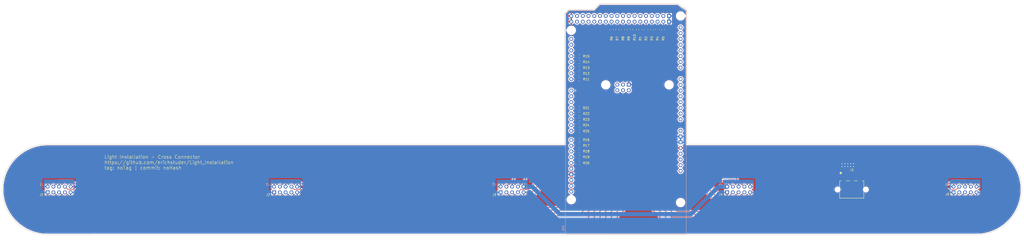
<source format=kicad_pcb>
(kicad_pcb (version 20211014) (generator pcbnew)
  (title_block (title "Cross Connector") (comment 1 "${PROJECT}") (comment 2 "${PROJECT-URL}") (comment 3 "${GIT-COMMIT-HASH}") (comment 4 "${GIT-COMMIT-TAG}"))
  (layers (0 "F.Cu" signal) (31 "B.Cu" signal) (34 "B.Paste" user) (35 "F.Paste" user) (36 "B.SilkS" user "B.Silkscreen") (37 "F.SilkS" user "F.Silkscreen") (38 "B.Mask" user) (39 "F.Mask" user) (44 "Edge.Cuts" user))
  (property "GIT-COMMIT-HASH" "noHash")
  (property "GIT-COMMIT-TAG" "noTag")
  (property "PROJECT" "Light Installation - Cross Connector")
  (property "PROJECT-URL" "https://github.com/erichstuder/Light_Installation")
  (net 0 "")
  (net 1 "GND")
  (net 2 "+5V")
  (net 3 "/J1_5")
  (net 4 "/J1_3")
  (net 5 "/J1_4")
  (net 6 "/J1_2")
  (net 7 "/J1_1")
  (net 8 "/J2_5")
  (net 9 "/J2_3")
  (net 10 "/J2_4")
  (net 11 "/J2_2")
  (net 12 "/J2_1")
  (net 13 "/J3_5")
  (net 14 "/J3_3")
  (net 15 "/J3_4")
  (net 16 "/J3_2")
  (net 17 "/J3_1")
  (net 18 "/J4_5")
  (net 19 "/J4_3")
  (net 20 "/J4_4")
  (net 21 "/J4_2")
  (net 22 "/J4_1")
  (net 23 "/J5_5")
  (net 24 "/J5_3")
  (net 25 "/J5_4")
  (net 26 "/J5_2")
  (net 27 "/J5_1")
  (net 65 "Net-(R1-Pad1)")
  (net 67 "Net-(R2-Pad1)")
  (net 69 "Net-(R3-Pad1)")
  (net 71 "Net-(R4-Pad1)")
  (net 73 "Net-(R5-Pad1)")
  (net 84 "Net-(R6-Pad1)")
  (net 85 "Net-(R7-Pad1)")
  (net 86 "Net-(R8-Pad1)")
  (net 87 "Net-(R9-Pad1)")
  (net 88 "Net-(R10-Pad1)")
  (net 89 "Net-(R11-Pad1)")
  (net 90 "Net-(R12-Pad1)")
  (net 91 "Net-(R13-Pad1)")
  (net 92 "Net-(R14-Pad1)")
  (net 93 "Net-(R15-Pad1)")
  (net 94 "Net-(R16-Pad1)")
  (net 95 "Net-(R17-Pad1)")
  (net 96 "Net-(R18-Pad1)")
  (net 97 "Net-(R19-Pad1)")
  (net 98 "Net-(R20-Pad1)")
  (net 99 "Net-(R21-Pad1)")
  (net 100 "Net-(R22-Pad1)")
  (net 101 "Net-(R23-Pad1)")
  (net 102 "Net-(R24-Pad1)")
  (net 103 "Net-(R25-Pad1)")
  (footprint "Resistor_SMD:R_0805_2012Metric" (layer "F.Cu") (at 354.457 239.141 -90)
    (fp_text reference "R1")
    (fp_text value "0" hide)
  )
  (footprint "Resistor_SMD:R_0805_2012Metric" (layer "F.Cu") (at 359.537 239.141 -90)
    (fp_text reference "R3")
    (fp_text value "0" hide)
  )
  (footprint "Resistor_SMD:R_0805_2012Metric" (layer "F.Cu") (at 327.533 278.892)
    (fp_text reference "R23")
    (fp_text value "0" hide)
  )
  (footprint "Resistor_SMD:R_0805_2012Metric" (layer "F.Cu") (at 327.533 287.909)
    (fp_text reference "R16")
    (fp_text value "0" hide)
  )
  (footprint "Resistor_SMD:R_0805_2012Metric" (layer "F.Cu") (at 327.533 276.352)
    (fp_text reference "R22")
    (fp_text value "0" hide)
  )
  (footprint "Wuerth:691508110303" (layer "F.Cu") (at 447.815 309.88)
    (fp_text reference "J6")
    (fp_text value "Conn_01x03")
  )
  (footprint "Resistor_SMD:R_0805_2012Metric" (layer "F.Cu") (at 349.377 239.141 -90)
    (fp_text reference "R9")
    (fp_text value "0" hide)
  )
  (footprint "Resistor_SMD:R_0805_2012Metric" (layer "F.Cu") (at 362.077 239.141 -90)
    (fp_text reference "R4")
    (fp_text value "0" hide)
  )
  (footprint "Resistor_SMD:R_0805_2012Metric" (layer "F.Cu") (at 327.533 283.972)
    (fp_text reference "R25")
    (fp_text value "0" hide)
  )
  (footprint "Resistor_SMD:R_0805_2012Metric" (layer "F.Cu") (at 327.533 261.112)
    (fp_text reference "R11")
    (fp_text value "0" hide)
  )
  (footprint "Resistor_SMD:R_0805_2012Metric" (layer "F.Cu") (at 327.533 256.032)
    (fp_text reference "R13")
    (fp_text value "0" hide)
  )
  (footprint "Resistor_SMD:R_0805_2012Metric" (layer "F.Cu") (at 327.533 258.572)
    (fp_text reference "R12")
    (fp_text value "0" hide)
  )
  (footprint "Resistor_SMD:R_0805_2012Metric" (layer "F.Cu") (at 327.533 295.529)
    (fp_text reference "R19")
    (fp_text value "0" hide)
  )
  (footprint "Resistor_SMD:R_0805_2012Metric" (layer "F.Cu") (at 327.5095 292.989)
    (fp_text reference "R18")
    (fp_text value "0" hide)
  )
  (footprint "Resistor_SMD:R_0805_2012Metric" (layer "F.Cu") (at 364.617 239.141 -90)
    (fp_text reference "R5")
    (fp_text value "0" hide)
  )
  (footprint "Resistor_SMD:R_0805_2012Metric" (layer "F.Cu") (at 351.917 239.141 -90)
    (fp_text reference "R10")
    (fp_text value "0" hide)
  )
  (footprint "Resistor_SMD:R_0805_2012Metric" (layer "F.Cu") (at 327.533 250.952)
    (fp_text reference "R15")
    (fp_text value "0" hide)
  )
  (footprint "Resistor_SMD:R_0805_2012Metric" (layer "F.Cu") (at 327.533 253.492)
    (fp_text reference "R14")
    (fp_text value "0" hide)
  )
  (footprint "Resistor_SMD:R_0805_2012Metric" (layer "F.Cu") (at 327.533 290.449)
    (fp_text reference "R17")
    (fp_text value "0" hide)
  )
  (footprint "arduino-library:Arduino_Mega2560_Shield" (layer "F.Cu") (at 374.786809 329.615541 90)
    (fp_text reference "XA1")
    (fp_text value "Arduino_Mega2560_Shield")
  )
  (footprint "Resistor_SMD:R_0805_2012Metric" (layer "F.Cu") (at 356.997 239.141 -90)
    (fp_text reference "R2")
    (fp_text value "0" hide)
  )
  (footprint "Resistor_SMD:R_0805_2012Metric" (layer "F.Cu") (at 346.837 239.141 -90)
    (fp_text reference "R8")
    (fp_text value "0" hide)
  )
  (footprint "Resistor_SMD:R_0805_2012Metric" (layer "F.Cu") (at 327.533 298.069)
    (fp_text reference "R20")
    (fp_text value "0" hide)
  )
  (footprint "Resistor_SMD:R_0805_2012Metric" (layer "F.Cu") (at 327.533 273.812)
    (fp_text reference "R21")
    (fp_text value "0" hide)
  )
  (footprint "Resistor_SMD:R_0805_2012Metric" (layer "F.Cu") (at 327.533 281.432)
    (fp_text reference "R24")
    (fp_text value "0" hide)
  )
  (footprint "Resistor_SMD:R_0805_2012Metric" (layer "F.Cu") (at 341.757 239.141 -90)
    (fp_text reference "R6")
    (fp_text value "0" hide)
  )
  (footprint "Resistor_SMD:R_0805_2012Metric" (layer "F.Cu") (at 344.297 239.141 -90)
    (fp_text reference "R7")
    (fp_text value "0" hide)
  )
  (footprint "Connector_PinSocket_2.54mm:PinSocket_2x05_P2.54mm_Vertical" (layer "B.Cu") (at 492.785 311.14 -90)
    (fp_text reference "J5")
    (fp_text value "Conn_02x05_Odd_Even")
  )
  (footprint "Connector_PinSocket_2.54mm:PinSocket_2x05_P2.54mm_Vertical" (layer "B.Cu") (at 292.785 311.14 -90)
    (fp_text reference "J3")
    (fp_text value "Conn_02x05_Odd_Even")
  )
  (footprint "Connector_PinSocket_2.54mm:PinSocket_2x05_P2.54mm_Vertical" (layer "B.Cu") (at 92.785 311.14 -90)
    (fp_text reference "J1")
    (fp_text value "Conn_02x05_Odd_Even")
  )
  (footprint "Connector_PinSocket_2.54mm:PinSocket_2x05_P2.54mm_Vertical" (layer "B.Cu") (at 392.785 311.14 -90)
    (fp_text reference "J4")
    (fp_text value "Conn_02x05_Odd_Even")
  )
  (footprint "Connector_PinSocket_2.54mm:PinSocket_2x05_P2.54mm_Vertical" (layer "B.Cu") (at 192.785 311.14 -90)
    (fp_text reference "J2")
    (fp_text value "Conn_02x05_Odd_Even")
  )
  (gr_line (start 77.494 322.7357) (end 78.428 323.7732) (layer "Edge.Cuts") (width 0.2))
  (gr_line (start 503.513 289.8922) (end 502.815 289.8922) (layer "Edge.Cuts") (width 0.2))
  (gr_line (start 520.474 300.49058) (end 519.776 299.2816) (layer "Edge.Cuts") (width 0.2))
  (gr_line (start 518.995 298.1243) (end 518.136 297.0243) (layer "Edge.Cuts") (width 0.2))
  (gr_line (start 75.854 299.2816) (end 75.156 300.49058) (layer "Edge.Cuts") (width 0.2))
  (gr_line (start 72.864 311.27513) (end 73.01 312.66345) (layer "Edge.Cuts") (width 0.2))
  (gr_line (start 74.021 316.72039) (end 74.544 318.01472) (layer "Edge.Cuts") (width 0.2))
  (gr_line (start 503.513 329.8678) (end 504.906 329.7704) (layer "Edge.Cuts") (width 0.2))
  (gr_line (start 73.01 312.66345) (end 73.252 314.03823) (layer "Edge.Cuts") (width 0.2))
  (gr_line (start 322.796 230.312) (end 321.145 231.963) (layer "Edge.Cuts") (width 0.2))
  (gr_line (start 80.502 325.6402) (end 81.631 326.4607) (layer "Edge.Cuts") (width 0.2))
  (gr_line (start 506.288 290.1838) (end 504.906 289.9896) (layer "Edge.Cuts") (width 0.2))
  (gr_line (start 86.635 290.8589) (end 85.323 291.3363) (layer "Edge.Cuts") (width 0.2))
  (gr_line (start 78.428 295.9868) (end 77.494 297.0243) (layer "Edge.Cuts") (width 0.2))
  (gr_line (start 73.59 315.39274) (end 74.021 316.72039) (layer "Edge.Cuts") (width 0.2))
  (gr_line (start 75.156 300.49058) (end 74.544 301.74528) (layer "Edge.Cuts") (width 0.2))
  (gr_line (start 504.906 289.9896) (end 503.513 289.8922) (layer "Edge.Cuts") (width 0.2))
  (gr_line (start 518.136 297.0243) (end 517.202 295.9868) (layer "Edge.Cuts") (width 0.2))
  (gr_line (start 75.156 319.26942) (end 75.854 320.4784) (layer "Edge.Cuts") (width 0.2))
  (gr_line (start 507.653 290.4741) (end 506.288 290.1838) (layer "Edge.Cuts") (width 0.2))
  (gr_line (start 371.056 227.772) (end 336.512 227.772) (layer "Edge.Cuts") (width 0.2))
  (gr_line (start 74.544 301.74528) (end 74.021 303.03961) (layer "Edge.Cuts") (width 0.2))
  (gr_line (start 511.582 327.8559) (end 512.815 327.2005) (layer "Edge.Cuts") (width 0.2))
  (gr_line (start 374.993 230.312) (end 371.056 227.772) (layer "Edge.Cuts") (width 0.2))
  (gr_line (start 502.815 329.88) (end 502.815 329.8678) (layer "Edge.Cuts") (width 0.2))
  (gr_line (start 76.635 321.6357) (end 77.494 322.7357) (layer "Edge.Cuts") (width 0.2))
  (gr_line (start 518.995 321.6357) (end 519.776 320.4784) (layer "Edge.Cuts") (width 0.2))
  (gr_line (start 518.136 322.7357) (end 518.995 321.6357) (layer "Edge.Cuts") (width 0.2))
  (gr_line (start 521.086 318.01472) (end 521.609 316.72039) (layer "Edge.Cuts") (width 0.2))
  (gr_line (start 517.202 295.9868) (end 516.198 295.0171) (layer "Edge.Cuts") (width 0.2))
  (gr_line (start 86.635 328.9011) (end 87.977 329.2859) (layer "Edge.Cuts") (width 0.2))
  (gr_line (start 506.288 329.5762) (end 507.653 329.2859) (layer "Edge.Cuts") (width 0.2))
  (gr_line (start 511.582 291.9041) (end 510.307 291.3363) (layer "Edge.Cuts") (width 0.2))
  (gr_line (start 74.544 318.01472) (end 75.156 319.26942) (layer "Edge.Cuts") (width 0.2))
  (gr_line (start 89.342 329.5762) (end 90.724 329.7704) (layer "Edge.Cuts") (width 0.2))
  (gr_line (start 75.854 320.4784) (end 76.635 321.6357) (layer "Edge.Cuts") (width 0.2))
  (gr_line (start 74.021 303.03961) (end 73.59 304.36726) (layer "Edge.Cuts") (width 0.2))
  (gr_line (start 76.635 298.1243) (end 75.854 299.2816) (layer "Edge.Cuts") (width 0.2))
  (gr_line (start 92.815 329.88) (end 502.815 329.88) (layer "Edge.Cuts") (width 0.2))
  (gr_line (start 77.494 297.0243) (end 76.635 298.1243) (layer "Edge.Cuts") (width 0.2))
  (gr_line (start 519.776 299.2816) (end 518.995 298.1243) (layer "Edge.Cuts") (width 0.2))
  (gr_line (start 507.653 329.2859) (end 508.995 328.9011) (layer "Edge.Cuts") (width 0.2))
  (gr_line (start 84.048 291.9041) (end 82.815 292.5595) (layer "Edge.Cuts") (width 0.2))
  (gr_line (start 84.048 327.8559) (end 85.323 328.4237) (layer "Edge.Cuts") (width 0.2))
  (gr_line (start 81.631 326.4607) (end 82.815 327.2005) (layer "Edge.Cuts") (width 0.2))
  (gr_line (start 92.815 289.8922) (end 92.117 289.8922) (layer "Edge.Cuts") (width 0.2))
  (gr_line (start 521.086 301.74528) (end 520.474 300.49058) (layer "Edge.Cuts") (width 0.2))
  (gr_line (start 73.252 305.72177) (end 73.01 307.09655) (layer "Edge.Cuts") (width 0.2))
  (gr_line (start 502.815 289.88) (end 374.993 289.88) (layer "Edge.Cuts") (width 0.2))
  (gr_line (start 504.906 329.7704) (end 506.288 329.5762) (layer "Edge.Cuts") (width 0.2))
  (gr_line (start 508.995 290.8589) (end 507.653 290.4741) (layer "Edge.Cuts") (width 0.2))
  (gr_line (start 92.117 289.8922) (end 90.724 289.9896) (layer "Edge.Cuts") (width 0.2))
  (gr_line (start 515.128 325.6402) (end 516.198 324.7429) (layer "Edge.Cuts") (width 0.2))
  (gr_line (start 522.62 307.09655) (end 522.378 305.72177) (layer "Edge.Cuts") (width 0.2))
  (gr_line (start 72.815 309.88) (end 72.864 311.27513) (layer "Edge.Cuts") (width 0.2))
  (gr_line (start 321.145 231.963) (end 321.145 289.88) (layer "Edge.Cuts") (width 0.2))
  (gr_line (start 502.815 289.8922) (end 502.815 289.88) (layer "Edge.Cuts") (width 0.2))
  (gr_line (start 92.815 329.8678) (end 92.815 329.88) (layer "Edge.Cuts") (width 0.2))
  (gr_line (start 522.62 312.66345) (end 522.766 311.27513) (layer "Edge.Cuts") (width 0.2))
  (gr_line (start 85.323 328.4237) (end 86.635 328.9011) (layer "Edge.Cuts") (width 0.2))
  (gr_line (start 79.432 324.7429) (end 80.502 325.6402) (layer "Edge.Cuts") (width 0.2))
  (gr_line (start 82.815 327.2005) (end 84.048 327.8559) (layer "Edge.Cuts") (width 0.2))
  (gr_line (start 87.977 329.2859) (end 89.342 329.5762) (layer "Edge.Cuts") (width 0.2))
  (gr_line (start 512.815 292.5595) (end 511.582 291.9041) (layer "Edge.Cuts") (width 0.2))
  (gr_line (start 82.815 292.5595) (end 81.631 293.2993) (layer "Edge.Cuts") (width 0.2))
  (gr_line (start 522.04 315.39274) (end 522.378 314.03823) (layer "Edge.Cuts") (width 0.2))
  (gr_line (start 522.815 309.88) (end 522.766 308.48487) (layer "Edge.Cuts") (width 0.2))
  (gr_line (start 520.474 319.26942) (end 521.086 318.01472) (layer "Edge.Cuts") (width 0.2))
  (gr_line (start 522.766 311.27513) (end 522.815 309.88) (layer "Edge.Cuts") (width 0.2))
  (gr_line (start 90.724 289.9896) (end 89.342 290.1838) (layer "Edge.Cuts") (width 0.2))
  (gr_line (start 374.993 289.88) (end 374.993 230.312) (layer "Edge.Cuts") (width 0.2))
  (gr_line (start 321.145 289.88) (end 92.815 289.88) (layer "Edge.Cuts") (width 0.2))
  (gr_line (start 92.815 289.88) (end 92.815 289.8922) (layer "Edge.Cuts") (width 0.2))
  (gr_line (start 81.631 293.2993) (end 80.502 294.1198) (layer "Edge.Cuts") (width 0.2))
  (gr_line (start 78.428 323.7732) (end 79.432 324.7429) (layer "Edge.Cuts") (width 0.2))
  (gr_line (start 517.202 323.7732) (end 518.136 322.7357) (layer "Edge.Cuts") (width 0.2))
  (gr_line (start 512.815 327.2005) (end 513.999 326.4607) (layer "Edge.Cuts") (width 0.2))
  (gr_line (start 502.815 329.8678) (end 503.513 329.8678) (layer "Edge.Cuts") (width 0.2))
  (gr_line (start 522.378 314.03823) (end 522.62 312.66345) (layer "Edge.Cuts") (width 0.2))
  (gr_line (start 73.01 307.09655) (end 72.864 308.48487) (layer "Edge.Cuts") (width 0.2))
  (gr_line (start 336.512 227.772) (end 333.972 230.312) (layer "Edge.Cuts") (width 0.2))
  (gr_line (start 510.307 291.3363) (end 508.995 290.8589) (layer "Edge.Cuts") (width 0.2))
  (gr_line (start 508.995 328.9011) (end 510.307 328.4237) (layer "Edge.Cuts") (width 0.2))
  (gr_line (start 73.252 314.03823) (end 73.59 315.39274) (layer "Edge.Cuts") (width 0.2))
  (gr_line (start 80.502 294.1198) (end 79.432 295.0171) (layer "Edge.Cuts") (width 0.2))
  (gr_line (start 73.59 304.36726) (end 73.252 305.72177) (layer "Edge.Cuts") (width 0.2))
  (gr_line (start 90.724 329.7704) (end 92.117 329.8678) (layer "Edge.Cuts") (width 0.2))
  (gr_line (start 92.117 329.8678) (end 92.815 329.8678) (layer "Edge.Cuts") (width 0.2))
  (gr_line (start 510.307 328.4237) (end 511.582 327.8559) (layer "Edge.Cuts") (width 0.2))
  (gr_line (start 89.342 290.1838) (end 87.977 290.4741) (layer "Edge.Cuts") (width 0.2))
  (gr_line (start 515.128 294.1198) (end 513.999 293.2993) (layer "Edge.Cuts") (width 0.2))
  (gr_line (start 516.198 295.0171) (end 515.128 294.1198) (layer "Edge.Cuts") (width 0.2))
  (gr_line (start 521.609 316.72039) (end 522.04 315.39274) (layer "Edge.Cuts") (width 0.2))
  (gr_line (start 79.432 295.0171) (end 78.428 295.9868) (layer "Edge.Cuts") (width 0.2))
  (gr_line (start 522.378 305.72177) (end 522.04 304.36726) (layer "Edge.Cuts") (width 0.2))
  (gr_line (start 521.609 303.03961) (end 521.086 301.74528) (layer "Edge.Cuts") (width 0.2))
  (gr_line (start 519.776 320.4784) (end 520.474 319.26942) (layer "Edge.Cuts") (width 0.2))
  (gr_line (start 333.972 230.312) (end 322.796 230.312) (layer "Edge.Cuts") (width 0.2))
  (gr_line (start 513.999 326.4607) (end 515.128 325.6402) (layer "Edge.Cuts") (width 0.2))
  (gr_line (start 513.999 293.2993) (end 512.815 292.5595) (layer "Edge.Cuts") (width 0.2))
  (gr_line (start 516.198 324.7429) (end 517.202 323.7732) (layer "Edge.Cuts") (width 0.2))
  (gr_line (start 522.766 308.48487) (end 522.62 307.09655) (layer "Edge.Cuts") (width 0.2))
  (gr_line (start 87.977 290.4741) (end 86.635 290.8589) (layer "Edge.Cuts") (width 0.2))
  (gr_line (start 72.864 308.48487) (end 72.815 309.88) (layer "Edge.Cuts") (width 0.2))
  (gr_line (start 85.323 291.3363) (end 84.048 291.9041) (layer "Edge.Cuts") (width 0.2))
  (gr_line (start 522.04 304.36726) (end 521.609 303.03961) (layer "Edge.Cuts") (width 0.2))
  (gr_text "${PROJECT}\n${PROJECT-URL}\ntag: ${GIT-COMMIT-TAG} | commit: ${GIT-COMMIT-HASH}" (at 117.815 297.88) (layer "F.SilkS") (effects (font (size 1.5 1.5)) (justify left)))
  (via (at 448.615 299.72) (size 0.8) (drill 0.4) (layers "F.Cu" "B.Cu") (net 1))
  (via (at 446.075 298.45) (size 0.8) (drill 0.4) (layers "F.Cu" "B.Cu") (net 1))
  (via (at 444.805 299.72) (size 0.8) (drill 0.4) (layers "F.Cu" "B.Cu") (net 1))
  (via (at 443.535 299.72) (size 0.8) (drill 0.4) (layers "F.Cu" "B.Cu") (net 1))
  (via (at 444.805 298.45) (size 0.8) (drill 0.4) (layers "F.Cu" "B.Cu") (net 1))
  (via (at 446.075 299.72) (size 0.8) (drill 0.4) (layers "F.Cu" "B.Cu") (net 1))
  (via (at 447.345 298.45) (size 0.8) (drill 0.4) (layers "F.Cu" "B.Cu") (net 1))
  (via (at 443.535 298.45) (size 0.8) (drill 0.4) (layers "F.Cu" "B.Cu") (net 1))
  (via (at 447.345 299.72) (size 0.8) (drill 0.4) (layers "F.Cu" "B.Cu") (net 1))
  (via (at 448.615 298.45) (size 0.8) (drill 0.4) (layers "F.Cu" "B.Cu") (net 1))
  (segment (start 376.799 320.802) (end 373.507 320.802) (width 2) (layer "B.Cu") (net 2))
  (segment (start 306.705 308.6) (end 302.945 308.6) (width 2) (layer "B.Cu") (net 2))
  (segment (start 306.705 308.6) (end 318.907 320.802) (width 2) (layer "B.Cu") (net 2))
  (segment (start 373.507 320.802) (end 321.691 320.802) (width 2) (layer "B.Cu") (net 2))
  (segment (start 389.001 308.6) (end 376.799 320.802) (width 2) (layer "B.Cu") (net 2))
  (segment (start 318.907 320.802) (end 321.691 320.802) (width 2) (layer "B.Cu") (net 2))
  (segment (start 392.785 308.6) (end 389.001 308.6) (width 2) (layer "B.Cu") (net 2))
  (segment (start 347.599 279.146) (end 347.599 318.77) (width 0.25) (layer "F.Cu") (net 3))
  (segment (start 335.407 256.794) (end 335.407 266.954) (width 0.25) (layer "F.Cu") (net 3))
  (segment (start 337.185 329.184) (end 120.269 329.184) (width 0.25) (layer "F.Cu") (net 3))
  (segment (start 347.599 318.77) (end 337.185 329.184) (width 0.25) (layer "F.Cu") (net 3))
  (segment (start 328.4455 250.952) (end 329.565 250.952) (width 0.25) (layer "F.Cu") (net 3))
  (segment (start 335.407 266.954) (end 347.599 279.146) (width 0.25) (layer "F.Cu") (net 3))
  (segment (start 329.565 250.952) (end 335.407 256.794) (width 0.25) (layer "F.Cu") (net 3))
  (segment (start 95.265 311.1) (end 113.349 329.184) (width 0.25) (layer "F.Cu") (net 3))
  (segment (start 113.349 329.184) (end 120.269 329.184) (width 0.25) (layer "F.Cu") (net 3))
  (segment (start 329.565 261.112) (end 330.327 261.874) (width 0.25) (layer "F.Cu") (net 4))
  (segment (start 342.519 313.69) (end 332.105 324.104) (width 0.25) (layer "F.Cu") (net 4))
  (segment (start 121.793 324.104) (end 103.759 306.07) (width 0.25) (layer "F.Cu") (net 4))
  (segment (start 330.327 261.874) (end 330.327 272.034) (width 0.25) (layer "F.Cu") (net 4))
  (segment (start 330.327 272.034) (end 342.519 284.226) (width 0.25) (layer "F.Cu") (net 4))
  (segment (start 97.755 306.07) (end 95.265 308.56) (width 0.25) (layer "F.Cu") (net 4))
  (segment (start 342.519 284.226) (end 342.519 313.69) (width 0.25) (layer "F.Cu") (net 4))
  (segment (start 103.759 306.07) (end 97.755 306.07) (width 0.25) (layer "F.Cu") (net 4))
  (segment (start 332.105 324.104) (end 121.793 324.104) (width 0.25) (layer "F.Cu") (net 4))
  (segment (start 328.4455 261.112) (end 329.565 261.112) (width 0.25) (layer "F.Cu") (net 4))
  (segment (start 346.329 280.416) (end 334.137 268.224) (width 0.25) (layer "F.Cu") (net 5))
  (segment (start 329.51325 253.492) (end 328.4455 253.492) (width 0.25) (layer "F.Cu") (net 5))
  (segment (start 335.915 327.914) (end 346.329 317.5) (width 0.25) (layer "F.Cu") (net 5))
  (segment (start 97.865 311.14) (end 114.639 327.914) (width 0.25) (layer "F.Cu") (net 5))
  (segment (start 334.137 258.11575) (end 329.51325 253.492) (width 0.25) (layer "F.Cu") (net 5))
  (segment (start 346.329 317.5) (end 346.329 280.416) (width 0.25) (layer "F.Cu") (net 5))
  (segment (start 114.639 327.914) (end 335.915 327.914) (width 0.25) (layer "F.Cu") (net 5))
  (segment (start 334.137 268.224) (end 334.137 258.11575) (width 0.25) (layer "F.Cu") (net 5))
  (segment (start 329.565 256.032) (end 328.4455 256.032) (width 0.25) (layer "F.Cu") (net 6))
  (segment (start 332.867 259.334) (end 329.565 256.032) (width 0.25) (layer "F.Cu") (net 6))
  (segment (start 334.645 326.644) (end 345.059 316.23) (width 0.25) (layer "F.Cu") (net 6))
  (segment (start 345.059 316.23) (end 345.059 281.686) (width 0.25) (layer "F.Cu") (net 6))
  (segment (start 332.867 269.494) (end 332.867 259.334) (width 0.25) (layer "F.Cu") (net 6))
  (segment (start 115.909 326.644) (end 334.645 326.644) (width 0.25) (layer "F.Cu") (net 6))
  (segment (start 100.405 311.14) (end 115.909 326.644) (width 0.25) (layer "F.Cu") (net 6))
  (segment (start 345.059 281.686) (end 332.867 269.494) (width 0.25) (layer "F.Cu") (net 6))
  (segment (start 331.597 270.764) (end 343.789 282.956) (width 0.25) (layer "F.Cu") (net 7))
  (segment (start 120.523 325.374) (end 105.029 309.88) (width 0.25) (layer "F.Cu") (net 7))
  (segment (start 331.597 260.604) (end 331.597 270.764) (width 0.25) (layer "F.Cu") (net 7))
  (segment (start 328.4455 258.572) (end 329.565 258.572) (width 0.25) (layer "F.Cu") (net 7))
  (segment (start 333.375 325.374) (end 120.523 325.374) (width 0.25) (layer "F.Cu") (net 7))
  (segment (start 343.789 282.956) (end 343.789 314.96) (width 0.25) (layer "F.Cu") (net 7))
  (segment (start 343.789 314.96) (end 333.375 325.374) (width 0.25) (layer "F.Cu") (net 7))
  (segment (start 101.685 309.88) (end 100.405 308.6) (width 0.25) (layer "F.Cu") (net 7))
  (segment (start 329.565 258.572) (end 331.597 260.604) (width 0.25) (layer "F.Cu") (net 7))
  (segment (start 105.029 309.88) (end 101.685 309.88) (width 0.25) (layer "F.Cu") (net 7))
  (segment (start 330.835 322.834) (end 341.249 312.42) (width 0.25) (layer "F.Cu") (net 8))
  (segment (start 329.565 273.812) (end 328.4455 273.812) (width 0.25) (layer "F.Cu") (net 8))
  (segment (start 206.999 322.834) (end 330.835 322.834) (width 0.25) (layer "F.Cu") (net 8))
  (segment (start 341.249 285.496) (end 329.565 273.812) (width 0.25) (layer "F.Cu") (net 8))
  (segment (start 341.249 312.42) (end 341.249 285.496) (width 0.25) (layer "F.Cu") (net 8))
  (segment (start 195.265 311.1) (end 206.999 322.834) (width 0.25) (layer "F.Cu") (net 8))
  (segment (start 328.4455 283.972) (end 329.565 283.972) (width 0.25) (layer "F.Cu") (net 9))
  (segment (start 336.169 307.34) (end 325.755 317.754) (width 0.25) (layer "F.Cu") (net 9))
  (segment (start 329.565 283.972) (end 336.169 290.576) (width 0.25) (layer "F.Cu") (net 9))
  (segment (start 336.169 290.576) (end 336.169 307.34) (width 0.25) (layer "F.Cu") (net 9))
  (segment (start 203.835 306.07) (end 197.755 306.07) (width 0.25) (layer "F.Cu") (net 9))
  (segment (start 215.519 317.754) (end 203.835 306.07) (width 0.25) (layer "F.Cu") (net 9))
  (segment (start 325.755 317.754) (end 215.519 317.754) (width 0.25) (layer "F.Cu") (net 9))
  (segment (start 197.755 306.07) (end 195.265 308.56) (width 0.25) (layer "F.Cu") (net 9))
  (segment (start 197.865 311.14) (end 208.289 321.564) (width 0.25) (layer "F.Cu") (net 10))
  (segment (start 339.979 286.766) (end 329.565 276.352) (width 0.25) (layer "F.Cu") (net 10))
  (segment (start 329.565 321.564) (end 339.979 311.15) (width 0.25) (layer "F.Cu") (net 10))
  (segment (start 329.565 276.352) (end 328.4455 276.352) (width 0.25) (layer "F.Cu") (net 10))
  (segment (start 208.289 321.564) (end 329.565 321.564) (width 0.25) (layer "F.Cu") (net 10))
  (segment (start 339.979 311.15) (end 339.979 286.766) (width 0.25) (layer "F.Cu") (net 10))
  (segment (start 200.405 311.14) (end 209.559 320.294) (width 0.25) (layer "F.Cu") (net 11))
  (segment (start 329.565 278.892) (end 328.4455 278.892) (width 0.25) (layer "F.Cu") (net 11))
  (segment (start 338.709 288.036) (end 329.565 278.892) (width 0.25) (layer "F.Cu") (net 11))
  (segment (start 328.295 320.294) (end 338.709 309.88) (width 0.25) (layer "F.Cu") (net 11))
  (segment (start 209.559 320.294) (end 328.295 320.294) (width 0.25) (layer "F.Cu") (net 11))
  (segment (start 338.709 309.88) (end 338.709 288.036) (width 0.25) (layer "F.Cu") (net 11))
  (segment (start 327.025 319.024) (end 337.439 308.61) (width 0.25) (layer "F.Cu") (net 12))
  (segment (start 201.685 309.88) (end 205.105 309.88) (width 0.25) (layer "F.Cu") (net 12))
  (segment (start 200.405 308.6) (end 201.685 309.88) (width 0.25) (layer "F.Cu") (net 12))
  (segment (start 337.439 308.61) (end 337.439 289.306) (width 0.25) (layer "F.Cu") (net 12))
  (segment (start 205.105 309.88) (end 214.249 319.024) (width 0.25) (layer "F.Cu") (net 12))
  (segment (start 329.565 281.432) (end 328.4455 281.432) (width 0.25) (layer "F.Cu") (net 12))
  (segment (start 214.249 319.024) (end 327.025 319.024) (width 0.25) (layer "F.Cu") (net 12))
  (segment (start 337.439 289.306) (end 329.565 281.432) (width 0.25) (layer "F.Cu") (net 12))
  (segment (start 329.565 287.909) (end 328.4455 287.909) (width 0.25) (layer "F.Cu") (net 13))
  (segment (start 334.899 304.038) (end 334.899 293.243) (width 0.25) (layer "F.Cu") (net 13))
  (segment (start 295.265 311.1) (end 299.125 314.96) (width 0.25) (layer "F.Cu") (net 13))
  (segment (start 334.899 293.243) (end 329.565 287.909) (width 0.25) (layer "F.Cu") (net 13))
  (segment (start 329.311 309.626) (end 334.899 304.038) (width 0.25) (layer "F.Cu") (net 13))
  (segment (start 305.181 314.96) (end 310.515 309.626) (width 0.25) (layer "F.Cu") (net 13))
  (segment (start 299.125 314.96) (end 305.181 314.96) (width 0.25) (layer "F.Cu") (net 13))
  (segment (start 310.515 309.626) (end 329.311 309.626) (width 0.25) (layer "F.Cu") (net 13))
  (segment (start 329.819 298.45) (end 329.438 298.069) (width 0.25) (layer "F.Cu") (net 14))
  (segment (start 329.311 299.466) (end 329.819 298.958) (width 0.25) (layer "F.Cu") (net 14))
  (segment (start 329.438 298.069) (end 328.4455 298.069) (width 0.25) (layer "F.Cu") (net 14))
  (segment (start 304.359 299.466) (end 329.311 299.466) (width 0.25) (layer "F.Cu") (net 14))
  (segment (start 295.265 308.56) (end 304.359 299.466) (width 0.25) (layer "F.Cu") (net 14))
  (segment (start 329.819 298.958) (end 329.819 298.45) (width 0.25) (layer "F.Cu") (net 14))
  (segment (start 310.515 307.086) (end 329.311 307.086) (width 0.25) (layer "F.Cu") (net 15))
  (segment (start 329.311 307.086) (end 333.629 302.768) (width 0.25) (layer "F.Cu") (net 15))
  (segment (start 297.865 311.14) (end 300.415 313.69) (width 0.25) (layer "F.Cu") (net 15))
  (segment (start 329.565 290.449) (end 328.4455 290.449) (width 0.25) (layer "F.Cu") (net 15))
  (segment (start 303.911 313.69) (end 310.515 307.086) (width 0.25) (layer "F.Cu") (net 15))
  (segment (start 333.629 294.513) (end 329.565 290.449) (width 0.25) (layer "F.Cu") (net 15))
  (segment (start 333.629 302.768) (end 333.629 294.513) (width 0.25) (layer "F.Cu") (net 15))
  (segment (start 300.415 313.69) (end 303.911 313.69) (width 0.25) (layer "F.Cu") (net 15))
  (segment (start 329.565 292.989) (end 328.422 292.989) (width 0.25) (layer "F.Cu") (net 16))
  (segment (start 300.405 311.14) (end 301.665 309.88) (width 0.25) (layer "F.Cu") (net 16))
  (segment (start 305.181 309.88) (end 310.515 304.546) (width 0.25) (layer "F.Cu") (net 16))
  (segment (start 329.311 304.546) (end 332.359 301.498) (width 0.25) (layer "F.Cu") (net 16))
  (segment (start 332.359 295.783) (end 329.565 292.989) (width 0.25) (layer "F.Cu") (net 16))
  (segment (start 301.665 309.88) (end 305.181 309.88) (width 0.25) (layer "F.Cu") (net 16))
  (segment (start 332.359 301.498) (end 332.359 295.783) (width 0.25) (layer "F.Cu") (net 16))
  (segment (start 310.515 304.546) (end 329.311 304.546) (width 0.25) (layer "F.Cu") (net 16))
  (segment (start 331.089 297.053) (end 329.565 295.529) (width 0.25) (layer "F.Cu") (net 17))
  (segment (start 300.405 308.6) (end 306.999 302.006) (width 0.25) (layer "F.Cu") (net 17))
  (segment (start 331.089 300.228) (end 331.089 297.053) (width 0.25) (layer "F.Cu") (net 17))
  (segment (start 308.229 302.006) (end 329.311 302.006) (width 0.25) (layer "F.Cu") (net 17))
  (segment (start 329.311 302.006) (end 331.089 300.228) (width 0.25) (layer "F.Cu") (net 17))
  (segment (start 329.565 295.529) (end 328.4455 295.529) (width 0.25) (layer "F.Cu") (net 17))
  (segment (start 306.999 302.006) (end 308.229 302.006) (width 0.25) (layer "F.Cu") (net 17))
  (segment (start 360.807 298.704) (end 369.443 307.34) (width 0.25) (layer "F.Cu") (net 18))
  (segment (start 360.807 245.618) (end 360.807 298.704) (width 0.25) (layer "F.Cu") (net 18))
  (segment (start 392.775 313.69) (end 395.325 311.14) (width 0.25) (layer "F.Cu") (net 18))
  (segment (start 384.937 307.34) (end 391.287 313.69) (width 0.25) (layer "F.Cu") (net 18))
  (segment (start 369.443 307.34) (end 384.937 307.34) (width 0.25) (layer "F.Cu") (net 18))
  (segment (start 359.537 244.348) (end 360.807 245.618) (width 0.25) (layer "F.Cu") (net 18))
  (segment (start 391.287 313.69) (end 392.775 313.69) (width 0.25) (layer "F.Cu") (net 18))
  (segment (start 359.537 240.0535) (end 359.537 244.348) (width 0.25) (layer "F.Cu") (net 18))
  (segment (start 395.325 308.6) (end 392.795 306.07) (width 0.25) (layer "F.Cu") (net 19))
  (segment (start 370.713 306.07) (end 362.077 297.434) (width 0.25) (layer "F.Cu") (net 19))
  (segment (start 392.795 306.07) (end 370.713 306.07) (width 0.25) (layer "F.Cu") (net 19))
  (segment (start 362.077 297.434) (end 362.077 240.0535) (width 0.25) (layer "F.Cu") (net 19))
  (segment (start 368.173 308.61) (end 383.667 308.61) (width 0.25) (layer "F.Cu") (net 20))
  (segment (start 390.017 314.96) (end 394.045 314.96) (width 0.25) (layer "F.Cu") (net 20))
  (segment (start 359.537 299.974) (end 368.173 308.61) (width 0.25) (layer "F.Cu") (net 20))
  (segment (start 359.537 246.888) (end 359.537 299.974) (width 0.25) (layer "F.Cu") (net 20))
  (segment (start 356.997 240.0535) (end 356.997 244.348) (width 0.25) (layer "F.Cu") (net 20))
  (segment (start 394.045 314.96) (end 397.865 311.14) (width 0.25) (layer "F.Cu") (net 20))
  (segment (start 383.667 308.61) (end 390.017 314.96) (width 0.25) (layer "F.Cu") (net 20))
  (segment (start 356.997 244.348) (end 359.537 246.888) (width 0.25) (layer "F.Cu") (net 20))
  (segment (start 400.405 311.14) (end 395.315 316.23) (width 0.25) (layer "F.Cu") (net 21))
  (segment (start 366.87125 309.88) (end 358.267 301.27575) (width 0.25) (layer "F.Cu") (net 21))
  (segment (start 358.267 301.27575) (end 358.267 248.158) (width 0.25) (layer "F.Cu") (net 21))
  (segment (start 354.457 244.348) (end 354.457 240.0535) (width 0.25) (layer "F.Cu") (net 21))
  (segment (start 358.267 248.158) (end 354.457 244.348) (width 0.25) (layer "F.Cu") (net 21))
  (segment (start 382.397 309.88) (end 366.87125 309.88) (width 0.25) (layer "F.Cu") (net 21))
  (segment (start 388.747 316.23) (end 382.397 309.88) (width 0.25) (layer "F.Cu") (net 21))
  (segment (start 395.315 316.23) (end 388.747 316.23) (width 0.25) (layer "F.Cu") (net 21))
  (segment (start 400.405 308.6) (end 396.605 304.8) (width 0.25) (layer "F.Cu") (net 22))
  (segment (start 363.347 241.3235) (end 364.617 240.0535) (width 0.25) (layer "F.Cu") (net 22))
  (segment (start 363.347 296.418) (end 363.347 241.3235) (width 0.25) (layer "F.Cu") (net 22))
  (segment (start 371.729 304.8) (end 363.347 296.418) (width 0.25) (layer "F.Cu") (net 22))
  (segment (start 396.605 304.8) (end 371.729 304.8) (width 0.25) (layer "F.Cu") (net 22))
  (segment (start 346.837 244.348) (end 354.457 251.968) (width 0.25) (layer "F.Cu") (net 23))
  (segment (start 346.837 240.0535) (end 346.837 244.348) (width 0.25) (layer "F.Cu") (net 23))
  (segment (start 484.393 322.072) (end 495.325 311.14) (width 0.25) (layer "F.Cu") (net 23))
  (segment (start 368.173 322.072) (end 484.393 322.072) (width 0.25) (layer "F.Cu") (net 23))
  (segment (start 354.457 308.356) (end 368.173 322.072) (width 0.25) (layer "F.Cu") (net 23))
  (segment (start 354.457 251.968) (end 354.457 308.356) (width 0.25) (layer "F.Cu") (net 23))
  (segment (start 349.377 240.0535) (end 349.377 244.348) (width 0.25) (layer "F.Cu") (net 24))
  (segment (start 355.727 307.086) (end 369.443 320.802) (width 0.25) (layer "F.Cu") (net 24))
  (segment (start 369.443 320.802) (end 479.679 320.802) (width 0.25) (layer "F.Cu") (net 24))
  (segment (start 494.045 309.88) (end 495.325 308.6) (width 0.25) (layer "F.Cu") (net 24))
  (segment (start 490.601 309.88) (end 494.045 309.88) (width 0.25) (layer "F.Cu") (net 24))
  (segment (start 355.727 250.698) (end 355.727 307.086) (width 0.25) (layer "F.Cu") (net 24))
  (segment (start 479.679 320.802) (end 490.601 309.88) (width 0.25) (layer "F.Cu") (net 24))
  (segment (start 349.377 244.348) (end 355.727 250.698) (width 0.25) (layer "F.Cu") (net 24))
  (segment (start 344.297 240.0535) (end 344.297 244.348) (width 0.25) (layer "F.Cu") (net 25))
  (segment (start 344.297 244.348) (end 353.187 253.238) (width 0.25) (layer "F.Cu") (net 25))
  (segment (start 366.903 323.342) (end 485.663 323.342) (width 0.25) (layer "F.Cu") (net 25))
  (segment (start 353.187 253.238) (end 353.187 309.626) (width 0.25) (layer "F.Cu") (net 25))
  (segment (start 353.187 309.626) (end 366.903 323.342) (width 0.25) (layer "F.Cu") (net 25))
  (segment (start 485.663 323.342) (end 497.865 311.14) (width 0.25) (layer "F.Cu") (net 25))
  (segment (start 351.917 310.896) (end 365.633 324.612) (width 0.25) (layer "F.Cu") (net 26))
  (segment (start 486.833 324.612) (end 500.345 311.1) (width 0.25) (layer "F.Cu") (net 26))
  (segment (start 341.757 244.348) (end 351.917 254.508) (width 0.25) (layer "F.Cu") (net 26))
  (segment (start 351.917 254.508) (end 351.917 310.896) (width 0.25) (layer "F.Cu") (net 26))
  (segment (start 341.757 240.0535) (end 341.757 244.348) (width 0.25) (layer "F.Cu") (net 26))
  (segment (start 365.633 324.612) (end 486.833 324.612) (width 0.25) (layer "F.Cu") (net 26))
  (segment (start 497.855 306.07) (end 500.345 308.56) (width 0.25) (layer "F.Cu") (net 27))
  (segment (start 356.997 249.428) (end 356.997 305.816) (width 0.25) (layer "F.Cu") (net 27))
  (segment (start 351.917 240.0535) (end 351.917 244.348) (width 0.25) (layer "F.Cu") (net 27))
  (segment (start 351.917 244.348) (end 356.997 249.428) (width 0.25) (layer "F.Cu") (net 27))
  (segment (start 356.997 305.816) (end 370.713 319.532) (width 0.25) (layer "F.Cu") (net 27))
  (segment (start 370.713 319.532) (end 478.409 319.532) (width 0.25) (layer "F.Cu") (net 27))
  (segment (start 478.409 319.532) (end 491.871 306.07) (width 0.25) (layer "F.Cu") (net 27))
  (segment (start 491.871 306.07) (end 497.855 306.07) (width 0.25) (layer "F.Cu") (net 27))
  (segment (start 354.466809 238.218691) (end 354.457 238.2285) (width 0.25) (layer "F.Cu") (net 65))
  (segment (start 354.466809 235.635541) (end 354.466809 238.218691) (width 0.25) (layer "F.Cu") (net 65))
  (segment (start 357.006809 238.218691) (end 356.997 238.2285) (width 0.25) (layer "F.Cu") (net 67))
  (segment (start 357.006809 235.635541) (end 357.006809 238.218691) (width 0.25) (layer "F.Cu") (net 67))
  (segment (start 359.546809 238.218691) (end 359.537 238.2285) (width 0.25) (layer "F.Cu") (net 69))
  (segment (start 359.546809 235.635541) (end 359.546809 238.218691) (width 0.25) (layer "F.Cu") (net 69))
  (segment (start 362.086809 238.218691) (end 362.077 238.2285) (width 0.25) (layer "F.Cu") (net 71))
  (segment (start 362.086809 235.635541) (end 362.086809 238.218691) (width 0.25) (layer "F.Cu") (net 71))
  (segment (start 364.626809 235.635541) (end 364.626809 238.218691) (width 0.25) (layer "F.Cu") (net 73))
  (segment (start 364.626809 238.218691) (end 364.617 238.2285) (width 0.25) (layer "F.Cu") (net 73))
  (segment (start 341.766809 235.635541) (end 341.766809 238.218691) (width 0.25) (layer "F.Cu") (net 84))
  (segment (start 341.766809 238.218691) (end 341.757 238.2285) (width 0.25) (layer "F.Cu") (net 84))
  (segment (start 344.306809 238.218691) (end 344.297 238.2285) (width 0.25) (layer "F.Cu") (net 85))
  (segment (start 344.306809 235.635541) (end 344.306809 238.218691) (width 0.25) (layer "F.Cu") (net 85))
  (segment (start 346.846809 235.635541) (end 346.846809 238.218691) (width 0.25) (layer "F.Cu") (net 86))
  (segment (start 346.846809 238.218691) (end 346.837 238.2285) (width 0.25) (layer "F.Cu") (net 86))
  (segment (start 349.386809 235.635541) (end 349.386809 238.218691) (width 0.25) (layer "F.Cu") (net 87))
  (segment (start 349.386809 238.218691) (end 349.377 238.2285) (width 0.25) (layer "F.Cu") (net 87))
  (segment (start 351.926809 235.635541) (end 351.926809 238.218691) (width 0.25) (layer "F.Cu") (net 88))
  (segment (start 351.926809 238.218691) (end 351.917 238.2285) (width 0.25) (layer "F.Cu") (net 88))
  (segment (start 323.986809 261.035541) (end 326.544041 261.035541) (width 0.25) (layer "F.Cu") (net 89))
  (segment (start 326.544041 261.035541) (end 326.6205 261.112) (width 0.25) (layer "F.Cu") (net 89))
  (segment (start 326.544041 258.495541) (end 326.6205 258.572) (width 0.25) (layer "F.Cu") (net 90))
  (segment (start 323.986809 258.495541) (end 326.544041 258.495541) (width 0.25) (layer "F.Cu") (net 90))
  (segment (start 323.986809 255.955541) (end 326.544041 255.955541) (width 0.25) (layer "F.Cu") (net 91))
  (segment (start 326.544041 255.955541) (end 326.6205 256.032) (width 0.25) (layer "F.Cu") (net 91))
  (segment (start 323.986809 253.415541) (end 326.544041 253.415541) (width 0.25) (layer "F.Cu") (net 92))
  (segment (start 326.544041 253.415541) (end 326.6205 253.492) (width 0.25) (layer "F.Cu") (net 92))
  (segment (start 326.544041 250.875541) (end 326.6205 250.952) (width 0.25) (layer "F.Cu") (net 93))
  (segment (start 323.986809 250.875541) (end 326.544041 250.875541) (width 0.25) (layer "F.Cu") (net 93))
  (segment (start 323.986809 287.959541) (end 326.569959 287.959541) (width 0.25) (layer "F.Cu") (net 94))
  (segment (start 326.569959 287.959541) (end 326.6205 287.909) (width 0.25) (layer "F.Cu") (net 94))
  (segment (start 326.569959 290.499541) (end 326.6205 290.449) (width 0.25) (layer "F.Cu") (net 95))
  (segment (start 323.986809 290.499541) (end 326.569959 290.499541) (width 0.25) (layer "F.Cu") (net 95))
  (segment (start 323.986809 293.039541) (end 326.546459 293.039541) (width 0.25) (layer "F.Cu") (net 96))
  (segment (start 326.546459 293.039541) (end 326.597 292.989) (width 0.25) (layer "F.Cu") (net 96))
  (segment (start 323.986809 295.579541) (end 326.569959 295.579541) (width 0.25) (layer "F.Cu") (net 97))
  (segment (start 326.569959 295.579541) (end 326.6205 295.529) (width 0.25) (layer "F.Cu") (net 97))
  (segment (start 326.569959 298.119541) (end 326.6205 298.069) (width 0.25) (layer "F.Cu") (net 98))
  (segment (start 323.986809 298.119541) (end 326.569959 298.119541) (width 0.25) (layer "F.Cu") (net 98))
  (segment (start 323.986809 273.735541) (end 326.544041 273.735541) (width 0.25) (layer "F.Cu") (net 99))
  (segment (start 326.544041 273.735541) (end 326.6205 273.812) (width 0.25) (layer "F.Cu") (net 99))
  (segment (start 323.986809 276.275541) (end 326.544041 276.275541) (width 0.25) (layer "F.Cu") (net 100))
  (segment (start 326.544041 276.275541) (end 326.6205 276.352) (width 0.25) (layer "F.Cu") (net 100))
  (segment (start 323.986809 278.815541) (end 326.544041 278.815541) (width 0.25) (layer "F.Cu") (net 101))
  (segment (start 326.544041 278.815541) (end 326.6205 278.892) (width 0.25) (layer "F.Cu") (net 101))
  (segment (start 323.986809 281.355541) (end 326.544041 281.355541) (width 0.25) (layer "F.Cu") (net 102))
  (segment (start 326.544041 281.355541) (end 326.6205 281.432) (width 0.25) (layer "F.Cu") (net 102))
  (segment (start 326.544041 283.895541) (end 326.6205 283.972) (width 0.25) (layer "F.Cu") (net 103))
  (segment (start 323.986809 283.895541) (end 326.544041 283.895541) (width 0.25) (layer "F.Cu") (net 103))
  (zone (net 1) (net_name "GND") (layer "F.Cu") (priority 1) (connect_pads (clearance 0.508)) (min_thickness 0.254) (fill yes (thermal_gap 0.508) (thermal_bridge_width 0.508))
    (polygon (pts (xy 449.885 308.61) (xy 442.265 308.61) (xy 442.265 297.18) (xy 449.885 297.18)))
  )
  (zone (net 2) (net_name "+5V") (layer "F.Cu") (connect_pads (clearance 0.508)) (min_thickness 0.254) (fill yes (thermal_gap 0.508) (thermal_bridge_width 0.508))
    (polygon (pts (xy 523.875 332.74) (xy 71.755 332.74) (xy 71.755 226.06) (xy 523.875 226.06)))
  )
  (zone (net 2) (net_name "+5V") (layer "B.Cu") (priority 2) (connect_pads (clearance 0.508)) (min_thickness 0.254) (fill yes (thermal_gap 0.508) (thermal_bridge_width 0.508))
    (polygon (pts (xy 404.723 305.476) (xy 404.723 309.794) (xy 391.007 309.794) (xy 391.007 305.476)))
  )
  (zone (net 1) (net_name "GND") (layer "B.Cu") (connect_pads (clearance 0.508)) (min_thickness 0.254) (fill yes (thermal_gap 0.508) (thermal_bridge_width 0.508))
    (polygon (pts (xy 523.875 226.041857) (xy 523.875042 332.721857) (xy 71.755 332.74) (xy 71.755 226.06)))
  )
  (zone (net 2) (net_name "+5V") (layer "B.Cu") (priority 2) (connect_pads (clearance 0.508)) (min_thickness 0.254) (fill yes (thermal_gap 0.508) (thermal_bridge_width 0.508))
    (polygon (pts (xy 504.723 305.4) (xy 504.723 309.718) (xy 491.007 309.718) (xy 491.007 305.4)))
  )
  (zone (net 2) (net_name "+5V") (layer "B.Cu") (priority 2) (connect_pads (clearance 0.508)) (min_thickness 0.254) (fill yes (thermal_gap 0.508) (thermal_bridge_width 0.508))
    (polygon (pts (xy 304.723 305.552) (xy 304.723 309.87) (xy 291.007 309.87) (xy 291.007 305.552)))
  )
  (zone (net 2) (net_name "+5V") (layer "B.Cu") (priority 2) (connect_pads (clearance 0.508)) (min_thickness 0.254) (fill yes (thermal_gap 0.508) (thermal_bridge_width 0.508))
    (polygon (pts (xy 204.723 305.374) (xy 204.723 309.692) (xy 191.007 309.692) (xy 191.007 305.374)))
  )
  (zone (net 2) (net_name "+5V") (layer "B.Cu") (priority 2) (connect_pads (clearance 0.508)) (min_thickness 0.254) (fill yes (thermal_gap 0.508) (thermal_bridge_width 0.508))
    (polygon (pts (xy 104.723 305.45) (xy 104.723 309.768) (xy 91.007 309.768) (xy 91.007 305.45)))
  )
)
</source>
